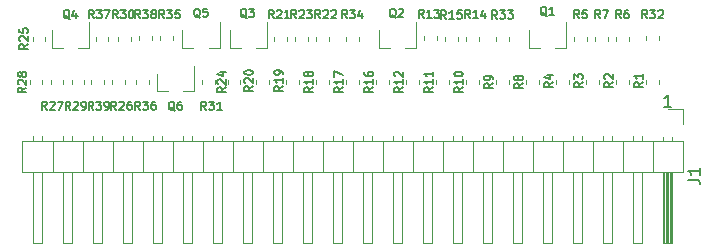
<source format=gto>
G04 #@! TF.GenerationSoftware,KiCad,Pcbnew,(5.1.6-0)*
G04 #@! TF.CreationDate,2023-03-04T09:46:59+01:00*
G04 #@! TF.ProjectId,Vidiot,56696469-6f74-42e6-9b69-6361645f7063,rev?*
G04 #@! TF.SameCoordinates,Original*
G04 #@! TF.FileFunction,Legend,Top*
G04 #@! TF.FilePolarity,Positive*
%FSLAX46Y46*%
G04 Gerber Fmt 4.6, Leading zero omitted, Abs format (unit mm)*
G04 Created by KiCad (PCBNEW (5.1.6-0)) date 2023-03-04 09:46:59*
%MOMM*%
%LPD*%
G01*
G04 APERTURE LIST*
%ADD10C,0.150000*%
%ADD11C,0.120000*%
G04 APERTURE END LIST*
D10*
X97821714Y-58999380D02*
X97250285Y-58999380D01*
X97536000Y-58999380D02*
X97536000Y-57999380D01*
X97440761Y-58142238D01*
X97345523Y-58237476D01*
X97250285Y-58285095D01*
D11*
X45337000Y-57067267D02*
X45337000Y-56724733D01*
X46357000Y-57067267D02*
X46357000Y-56724733D01*
X48135000Y-56738733D02*
X48135000Y-57081267D01*
X47115000Y-56738733D02*
X47115000Y-57081267D01*
X43559000Y-57081267D02*
X43559000Y-56738733D01*
X44579000Y-57081267D02*
X44579000Y-56738733D01*
X51564000Y-56738733D02*
X51564000Y-57081267D01*
X50544000Y-56738733D02*
X50544000Y-57081267D01*
X43813000Y-53384267D02*
X43813000Y-53041733D01*
X44833000Y-53384267D02*
X44833000Y-53041733D01*
X45410000Y-53989000D02*
X46340000Y-53989000D01*
X48570000Y-53989000D02*
X47640000Y-53989000D01*
X48570000Y-53989000D02*
X48570000Y-51829000D01*
X45410000Y-53989000D02*
X45410000Y-52529000D01*
X49786000Y-56738733D02*
X49786000Y-57081267D01*
X48766000Y-56738733D02*
X48766000Y-57081267D01*
X52830000Y-53370267D02*
X52830000Y-53027733D01*
X53850000Y-53370267D02*
X53850000Y-53027733D01*
X50167000Y-53055733D02*
X50167000Y-53398267D01*
X49147000Y-53055733D02*
X49147000Y-53398267D01*
X52576000Y-57067267D02*
X52576000Y-56724733D01*
X53596000Y-57067267D02*
X53596000Y-56724733D01*
X54608000Y-53370267D02*
X54608000Y-53027733D01*
X55628000Y-53370267D02*
X55628000Y-53027733D01*
X52072000Y-53055733D02*
X52072000Y-53398267D01*
X51052000Y-53055733D02*
X51052000Y-53398267D01*
X71376000Y-53055733D02*
X71376000Y-53398267D01*
X70356000Y-53055733D02*
X70356000Y-53398267D01*
X84076000Y-53055733D02*
X84076000Y-53398267D01*
X83056000Y-53055733D02*
X83056000Y-53398267D01*
X96776000Y-53027733D02*
X96776000Y-53370267D01*
X95756000Y-53027733D02*
X95756000Y-53370267D01*
X59184000Y-56738733D02*
X59184000Y-57081267D01*
X58164000Y-56738733D02*
X58164000Y-57081267D01*
X56459000Y-53989000D02*
X57389000Y-53989000D01*
X59619000Y-53989000D02*
X58689000Y-53989000D01*
X59619000Y-53989000D02*
X59619000Y-51829000D01*
X56459000Y-53989000D02*
X56459000Y-52529000D01*
X61343000Y-56738733D02*
X61343000Y-57081267D01*
X60323000Y-56738733D02*
X60323000Y-57081267D01*
X66038000Y-53398267D02*
X66038000Y-53055733D01*
X67058000Y-53398267D02*
X67058000Y-53055733D01*
X68836000Y-53055733D02*
X68836000Y-53398267D01*
X67816000Y-53055733D02*
X67816000Y-53398267D01*
X65280000Y-53041733D02*
X65280000Y-53384267D01*
X64260000Y-53041733D02*
X64260000Y-53384267D01*
X63756000Y-56738733D02*
X63756000Y-57081267D01*
X62736000Y-56738733D02*
X62736000Y-57081267D01*
X66296000Y-56710733D02*
X66296000Y-57053267D01*
X65276000Y-56710733D02*
X65276000Y-57053267D01*
X68836000Y-56710733D02*
X68836000Y-57053267D01*
X67816000Y-56710733D02*
X67816000Y-57053267D01*
X71376000Y-56710733D02*
X71376000Y-57053267D01*
X70356000Y-56710733D02*
X70356000Y-57053267D01*
X73916000Y-56738733D02*
X73916000Y-57081267D01*
X72896000Y-56738733D02*
X72896000Y-57081267D01*
X78738000Y-53398267D02*
X78738000Y-53055733D01*
X79758000Y-53398267D02*
X79758000Y-53055733D01*
X81536000Y-53055733D02*
X81536000Y-53398267D01*
X80516000Y-53055733D02*
X80516000Y-53398267D01*
X77980000Y-53027733D02*
X77980000Y-53370267D01*
X76960000Y-53027733D02*
X76960000Y-53370267D01*
X76456000Y-56738733D02*
X76456000Y-57081267D01*
X75436000Y-56738733D02*
X75436000Y-57081267D01*
X78996000Y-56738733D02*
X78996000Y-57081267D01*
X77976000Y-56738733D02*
X77976000Y-57081267D01*
X81536000Y-56738733D02*
X81536000Y-57081267D01*
X80516000Y-56738733D02*
X80516000Y-57081267D01*
X84076000Y-56738733D02*
X84076000Y-57081267D01*
X83056000Y-56738733D02*
X83056000Y-57081267D01*
X86616000Y-56738733D02*
X86616000Y-57081267D01*
X85596000Y-56738733D02*
X85596000Y-57081267D01*
X91438000Y-53398267D02*
X91438000Y-53055733D01*
X92458000Y-53398267D02*
X92458000Y-53055733D01*
X94236000Y-53055733D02*
X94236000Y-53398267D01*
X93216000Y-53055733D02*
X93216000Y-53398267D01*
X90680000Y-53055733D02*
X90680000Y-53398267D01*
X89660000Y-53055733D02*
X89660000Y-53398267D01*
X89156000Y-56738733D02*
X89156000Y-57081267D01*
X88136000Y-56738733D02*
X88136000Y-57081267D01*
X91696000Y-56738733D02*
X91696000Y-57081267D01*
X90676000Y-56738733D02*
X90676000Y-57081267D01*
X94236000Y-56738733D02*
X94236000Y-57081267D01*
X93216000Y-56738733D02*
X93216000Y-57081267D01*
X96776000Y-56738733D02*
X96776000Y-57081267D01*
X95756000Y-56738733D02*
X95756000Y-57081267D01*
X54300000Y-57656000D02*
X55230000Y-57656000D01*
X57460000Y-57656000D02*
X56530000Y-57656000D01*
X57460000Y-57656000D02*
X57460000Y-55496000D01*
X54300000Y-57656000D02*
X54300000Y-56196000D01*
X60462000Y-53989000D02*
X61392000Y-53989000D01*
X63622000Y-53989000D02*
X62692000Y-53989000D01*
X63622000Y-53989000D02*
X63622000Y-51829000D01*
X60462000Y-53989000D02*
X60462000Y-52529000D01*
X73096000Y-53973000D02*
X74026000Y-53973000D01*
X76256000Y-53973000D02*
X75326000Y-53973000D01*
X76256000Y-53973000D02*
X76256000Y-51813000D01*
X73096000Y-53973000D02*
X73096000Y-52513000D01*
X85796000Y-53989000D02*
X86726000Y-53989000D01*
X88956000Y-53989000D02*
X88026000Y-53989000D01*
X88956000Y-53989000D02*
X88956000Y-51829000D01*
X85796000Y-53989000D02*
X85796000Y-52529000D01*
X98866000Y-61892000D02*
X42866000Y-61892000D01*
X42866000Y-61892000D02*
X42866000Y-64552000D01*
X42866000Y-64552000D02*
X98866000Y-64552000D01*
X98866000Y-64552000D02*
X98866000Y-61892000D01*
X97916000Y-64552000D02*
X97916000Y-70552000D01*
X97916000Y-70552000D02*
X97156000Y-70552000D01*
X97156000Y-70552000D02*
X97156000Y-64552000D01*
X97856000Y-64552000D02*
X97856000Y-70552000D01*
X97736000Y-64552000D02*
X97736000Y-70552000D01*
X97616000Y-64552000D02*
X97616000Y-70552000D01*
X97496000Y-64552000D02*
X97496000Y-70552000D01*
X97376000Y-64552000D02*
X97376000Y-70552000D01*
X97256000Y-64552000D02*
X97256000Y-70552000D01*
X97916000Y-61562000D02*
X97916000Y-61892000D01*
X97156000Y-61562000D02*
X97156000Y-61892000D01*
X96266000Y-61892000D02*
X96266000Y-64552000D01*
X95376000Y-64552000D02*
X95376000Y-70552000D01*
X95376000Y-70552000D02*
X94616000Y-70552000D01*
X94616000Y-70552000D02*
X94616000Y-64552000D01*
X95376000Y-61494929D02*
X95376000Y-61892000D01*
X94616000Y-61494929D02*
X94616000Y-61892000D01*
X93726000Y-61892000D02*
X93726000Y-64552000D01*
X92836000Y-64552000D02*
X92836000Y-70552000D01*
X92836000Y-70552000D02*
X92076000Y-70552000D01*
X92076000Y-70552000D02*
X92076000Y-64552000D01*
X92836000Y-61494929D02*
X92836000Y-61892000D01*
X92076000Y-61494929D02*
X92076000Y-61892000D01*
X91186000Y-61892000D02*
X91186000Y-64552000D01*
X90296000Y-64552000D02*
X90296000Y-70552000D01*
X90296000Y-70552000D02*
X89536000Y-70552000D01*
X89536000Y-70552000D02*
X89536000Y-64552000D01*
X90296000Y-61494929D02*
X90296000Y-61892000D01*
X89536000Y-61494929D02*
X89536000Y-61892000D01*
X88646000Y-61892000D02*
X88646000Y-64552000D01*
X87756000Y-64552000D02*
X87756000Y-70552000D01*
X87756000Y-70552000D02*
X86996000Y-70552000D01*
X86996000Y-70552000D02*
X86996000Y-64552000D01*
X87756000Y-61494929D02*
X87756000Y-61892000D01*
X86996000Y-61494929D02*
X86996000Y-61892000D01*
X86106000Y-61892000D02*
X86106000Y-64552000D01*
X85216000Y-64552000D02*
X85216000Y-70552000D01*
X85216000Y-70552000D02*
X84456000Y-70552000D01*
X84456000Y-70552000D02*
X84456000Y-64552000D01*
X85216000Y-61494929D02*
X85216000Y-61892000D01*
X84456000Y-61494929D02*
X84456000Y-61892000D01*
X83566000Y-61892000D02*
X83566000Y-64552000D01*
X82676000Y-64552000D02*
X82676000Y-70552000D01*
X82676000Y-70552000D02*
X81916000Y-70552000D01*
X81916000Y-70552000D02*
X81916000Y-64552000D01*
X82676000Y-61494929D02*
X82676000Y-61892000D01*
X81916000Y-61494929D02*
X81916000Y-61892000D01*
X81026000Y-61892000D02*
X81026000Y-64552000D01*
X80136000Y-64552000D02*
X80136000Y-70552000D01*
X80136000Y-70552000D02*
X79376000Y-70552000D01*
X79376000Y-70552000D02*
X79376000Y-64552000D01*
X80136000Y-61494929D02*
X80136000Y-61892000D01*
X79376000Y-61494929D02*
X79376000Y-61892000D01*
X78486000Y-61892000D02*
X78486000Y-64552000D01*
X77596000Y-64552000D02*
X77596000Y-70552000D01*
X77596000Y-70552000D02*
X76836000Y-70552000D01*
X76836000Y-70552000D02*
X76836000Y-64552000D01*
X77596000Y-61494929D02*
X77596000Y-61892000D01*
X76836000Y-61494929D02*
X76836000Y-61892000D01*
X75946000Y-61892000D02*
X75946000Y-64552000D01*
X75056000Y-64552000D02*
X75056000Y-70552000D01*
X75056000Y-70552000D02*
X74296000Y-70552000D01*
X74296000Y-70552000D02*
X74296000Y-64552000D01*
X75056000Y-61494929D02*
X75056000Y-61892000D01*
X74296000Y-61494929D02*
X74296000Y-61892000D01*
X73406000Y-61892000D02*
X73406000Y-64552000D01*
X72516000Y-64552000D02*
X72516000Y-70552000D01*
X72516000Y-70552000D02*
X71756000Y-70552000D01*
X71756000Y-70552000D02*
X71756000Y-64552000D01*
X72516000Y-61494929D02*
X72516000Y-61892000D01*
X71756000Y-61494929D02*
X71756000Y-61892000D01*
X70866000Y-61892000D02*
X70866000Y-64552000D01*
X69976000Y-64552000D02*
X69976000Y-70552000D01*
X69976000Y-70552000D02*
X69216000Y-70552000D01*
X69216000Y-70552000D02*
X69216000Y-64552000D01*
X69976000Y-61494929D02*
X69976000Y-61892000D01*
X69216000Y-61494929D02*
X69216000Y-61892000D01*
X68326000Y-61892000D02*
X68326000Y-64552000D01*
X67436000Y-64552000D02*
X67436000Y-70552000D01*
X67436000Y-70552000D02*
X66676000Y-70552000D01*
X66676000Y-70552000D02*
X66676000Y-64552000D01*
X67436000Y-61494929D02*
X67436000Y-61892000D01*
X66676000Y-61494929D02*
X66676000Y-61892000D01*
X65786000Y-61892000D02*
X65786000Y-64552000D01*
X64896000Y-64552000D02*
X64896000Y-70552000D01*
X64896000Y-70552000D02*
X64136000Y-70552000D01*
X64136000Y-70552000D02*
X64136000Y-64552000D01*
X64896000Y-61494929D02*
X64896000Y-61892000D01*
X64136000Y-61494929D02*
X64136000Y-61892000D01*
X63246000Y-61892000D02*
X63246000Y-64552000D01*
X62356000Y-64552000D02*
X62356000Y-70552000D01*
X62356000Y-70552000D02*
X61596000Y-70552000D01*
X61596000Y-70552000D02*
X61596000Y-64552000D01*
X62356000Y-61494929D02*
X62356000Y-61892000D01*
X61596000Y-61494929D02*
X61596000Y-61892000D01*
X60706000Y-61892000D02*
X60706000Y-64552000D01*
X59816000Y-64552000D02*
X59816000Y-70552000D01*
X59816000Y-70552000D02*
X59056000Y-70552000D01*
X59056000Y-70552000D02*
X59056000Y-64552000D01*
X59816000Y-61494929D02*
X59816000Y-61892000D01*
X59056000Y-61494929D02*
X59056000Y-61892000D01*
X58166000Y-61892000D02*
X58166000Y-64552000D01*
X57276000Y-64552000D02*
X57276000Y-70552000D01*
X57276000Y-70552000D02*
X56516000Y-70552000D01*
X56516000Y-70552000D02*
X56516000Y-64552000D01*
X57276000Y-61494929D02*
X57276000Y-61892000D01*
X56516000Y-61494929D02*
X56516000Y-61892000D01*
X55626000Y-61892000D02*
X55626000Y-64552000D01*
X54736000Y-64552000D02*
X54736000Y-70552000D01*
X54736000Y-70552000D02*
X53976000Y-70552000D01*
X53976000Y-70552000D02*
X53976000Y-64552000D01*
X54736000Y-61494929D02*
X54736000Y-61892000D01*
X53976000Y-61494929D02*
X53976000Y-61892000D01*
X53086000Y-61892000D02*
X53086000Y-64552000D01*
X52196000Y-64552000D02*
X52196000Y-70552000D01*
X52196000Y-70552000D02*
X51436000Y-70552000D01*
X51436000Y-70552000D02*
X51436000Y-64552000D01*
X52196000Y-61494929D02*
X52196000Y-61892000D01*
X51436000Y-61494929D02*
X51436000Y-61892000D01*
X50546000Y-61892000D02*
X50546000Y-64552000D01*
X49656000Y-64552000D02*
X49656000Y-70552000D01*
X49656000Y-70552000D02*
X48896000Y-70552000D01*
X48896000Y-70552000D02*
X48896000Y-64552000D01*
X49656000Y-61494929D02*
X49656000Y-61892000D01*
X48896000Y-61494929D02*
X48896000Y-61892000D01*
X48006000Y-61892000D02*
X48006000Y-64552000D01*
X47116000Y-64552000D02*
X47116000Y-70552000D01*
X47116000Y-70552000D02*
X46356000Y-70552000D01*
X46356000Y-70552000D02*
X46356000Y-64552000D01*
X47116000Y-61494929D02*
X47116000Y-61892000D01*
X46356000Y-61494929D02*
X46356000Y-61892000D01*
X45466000Y-61892000D02*
X45466000Y-64552000D01*
X44576000Y-64552000D02*
X44576000Y-70552000D01*
X44576000Y-70552000D02*
X43816000Y-70552000D01*
X43816000Y-70552000D02*
X43816000Y-64552000D01*
X44576000Y-61494929D02*
X44576000Y-61892000D01*
X43816000Y-61494929D02*
X43816000Y-61892000D01*
X97536000Y-59182000D02*
X98806000Y-59182000D01*
X98806000Y-59182000D02*
X98806000Y-60452000D01*
D10*
X44990600Y-59244666D02*
X44757266Y-58911333D01*
X44590600Y-59244666D02*
X44590600Y-58544666D01*
X44857266Y-58544666D01*
X44923933Y-58578000D01*
X44957266Y-58611333D01*
X44990600Y-58678000D01*
X44990600Y-58778000D01*
X44957266Y-58844666D01*
X44923933Y-58878000D01*
X44857266Y-58911333D01*
X44590600Y-58911333D01*
X45257266Y-58611333D02*
X45290600Y-58578000D01*
X45357266Y-58544666D01*
X45523933Y-58544666D01*
X45590600Y-58578000D01*
X45623933Y-58611333D01*
X45657266Y-58678000D01*
X45657266Y-58744666D01*
X45623933Y-58844666D01*
X45223933Y-59244666D01*
X45657266Y-59244666D01*
X45890600Y-58544666D02*
X46357266Y-58544666D01*
X46057266Y-59244666D01*
X46984500Y-59244666D02*
X46751166Y-58911333D01*
X46584500Y-59244666D02*
X46584500Y-58544666D01*
X46851166Y-58544666D01*
X46917833Y-58578000D01*
X46951166Y-58611333D01*
X46984500Y-58678000D01*
X46984500Y-58778000D01*
X46951166Y-58844666D01*
X46917833Y-58878000D01*
X46851166Y-58911333D01*
X46584500Y-58911333D01*
X47251166Y-58611333D02*
X47284500Y-58578000D01*
X47351166Y-58544666D01*
X47517833Y-58544666D01*
X47584500Y-58578000D01*
X47617833Y-58611333D01*
X47651166Y-58678000D01*
X47651166Y-58744666D01*
X47617833Y-58844666D01*
X47217833Y-59244666D01*
X47651166Y-59244666D01*
X47984500Y-59244666D02*
X48117833Y-59244666D01*
X48184500Y-59211333D01*
X48217833Y-59178000D01*
X48284500Y-59078000D01*
X48317833Y-58944666D01*
X48317833Y-58678000D01*
X48284500Y-58611333D01*
X48251166Y-58578000D01*
X48184500Y-58544666D01*
X48051166Y-58544666D01*
X47984500Y-58578000D01*
X47951166Y-58611333D01*
X47917833Y-58678000D01*
X47917833Y-58844666D01*
X47951166Y-58911333D01*
X47984500Y-58944666D01*
X48051166Y-58978000D01*
X48184500Y-58978000D01*
X48251166Y-58944666D01*
X48284500Y-58911333D01*
X48317833Y-58844666D01*
X43242666Y-57360000D02*
X42909333Y-57593333D01*
X43242666Y-57760000D02*
X42542666Y-57760000D01*
X42542666Y-57493333D01*
X42576000Y-57426666D01*
X42609333Y-57393333D01*
X42676000Y-57360000D01*
X42776000Y-57360000D01*
X42842666Y-57393333D01*
X42876000Y-57426666D01*
X42909333Y-57493333D01*
X42909333Y-57760000D01*
X42609333Y-57093333D02*
X42576000Y-57060000D01*
X42542666Y-56993333D01*
X42542666Y-56826666D01*
X42576000Y-56760000D01*
X42609333Y-56726666D01*
X42676000Y-56693333D01*
X42742666Y-56693333D01*
X42842666Y-56726666D01*
X43242666Y-57126666D01*
X43242666Y-56693333D01*
X42842666Y-56293333D02*
X42809333Y-56360000D01*
X42776000Y-56393333D01*
X42709333Y-56426666D01*
X42676000Y-56426666D01*
X42609333Y-56393333D01*
X42576000Y-56360000D01*
X42542666Y-56293333D01*
X42542666Y-56160000D01*
X42576000Y-56093333D01*
X42609333Y-56060000D01*
X42676000Y-56026666D01*
X42709333Y-56026666D01*
X42776000Y-56060000D01*
X42809333Y-56093333D01*
X42842666Y-56160000D01*
X42842666Y-56293333D01*
X42876000Y-56360000D01*
X42909333Y-56393333D01*
X42976000Y-56426666D01*
X43109333Y-56426666D01*
X43176000Y-56393333D01*
X43209333Y-56360000D01*
X43242666Y-56293333D01*
X43242666Y-56160000D01*
X43209333Y-56093333D01*
X43176000Y-56060000D01*
X43109333Y-56026666D01*
X42976000Y-56026666D01*
X42909333Y-56060000D01*
X42876000Y-56093333D01*
X42842666Y-56160000D01*
X50858000Y-59244666D02*
X50624666Y-58911333D01*
X50458000Y-59244666D02*
X50458000Y-58544666D01*
X50724666Y-58544666D01*
X50791333Y-58578000D01*
X50824666Y-58611333D01*
X50858000Y-58678000D01*
X50858000Y-58778000D01*
X50824666Y-58844666D01*
X50791333Y-58878000D01*
X50724666Y-58911333D01*
X50458000Y-58911333D01*
X51124666Y-58611333D02*
X51158000Y-58578000D01*
X51224666Y-58544666D01*
X51391333Y-58544666D01*
X51458000Y-58578000D01*
X51491333Y-58611333D01*
X51524666Y-58678000D01*
X51524666Y-58744666D01*
X51491333Y-58844666D01*
X51091333Y-59244666D01*
X51524666Y-59244666D01*
X52124666Y-58544666D02*
X51991333Y-58544666D01*
X51924666Y-58578000D01*
X51891333Y-58611333D01*
X51824666Y-58711333D01*
X51791333Y-58844666D01*
X51791333Y-59111333D01*
X51824666Y-59178000D01*
X51858000Y-59211333D01*
X51924666Y-59244666D01*
X52058000Y-59244666D01*
X52124666Y-59211333D01*
X52158000Y-59178000D01*
X52191333Y-59111333D01*
X52191333Y-58944666D01*
X52158000Y-58878000D01*
X52124666Y-58844666D01*
X52058000Y-58811333D01*
X51924666Y-58811333D01*
X51858000Y-58844666D01*
X51824666Y-58878000D01*
X51791333Y-58944666D01*
X43369666Y-53663000D02*
X43036333Y-53896333D01*
X43369666Y-54063000D02*
X42669666Y-54063000D01*
X42669666Y-53796333D01*
X42703000Y-53729666D01*
X42736333Y-53696333D01*
X42803000Y-53663000D01*
X42903000Y-53663000D01*
X42969666Y-53696333D01*
X43003000Y-53729666D01*
X43036333Y-53796333D01*
X43036333Y-54063000D01*
X42736333Y-53396333D02*
X42703000Y-53363000D01*
X42669666Y-53296333D01*
X42669666Y-53129666D01*
X42703000Y-53063000D01*
X42736333Y-53029666D01*
X42803000Y-52996333D01*
X42869666Y-52996333D01*
X42969666Y-53029666D01*
X43369666Y-53429666D01*
X43369666Y-52996333D01*
X42669666Y-52363000D02*
X42669666Y-52696333D01*
X43003000Y-52729666D01*
X42969666Y-52696333D01*
X42936333Y-52629666D01*
X42936333Y-52463000D01*
X42969666Y-52396333D01*
X43003000Y-52363000D01*
X43069666Y-52329666D01*
X43236333Y-52329666D01*
X43303000Y-52363000D01*
X43336333Y-52396333D01*
X43369666Y-52463000D01*
X43369666Y-52629666D01*
X43336333Y-52696333D01*
X43303000Y-52729666D01*
X46923333Y-51564333D02*
X46856666Y-51531000D01*
X46790000Y-51464333D01*
X46690000Y-51364333D01*
X46623333Y-51331000D01*
X46556666Y-51331000D01*
X46590000Y-51497666D02*
X46523333Y-51464333D01*
X46456666Y-51397666D01*
X46423333Y-51264333D01*
X46423333Y-51031000D01*
X46456666Y-50897666D01*
X46523333Y-50831000D01*
X46590000Y-50797666D01*
X46723333Y-50797666D01*
X46790000Y-50831000D01*
X46856666Y-50897666D01*
X46890000Y-51031000D01*
X46890000Y-51264333D01*
X46856666Y-51397666D01*
X46790000Y-51464333D01*
X46723333Y-51497666D01*
X46590000Y-51497666D01*
X47490000Y-51031000D02*
X47490000Y-51497666D01*
X47323333Y-50764333D02*
X47156666Y-51264333D01*
X47590000Y-51264333D01*
X48927600Y-59244666D02*
X48694266Y-58911333D01*
X48527600Y-59244666D02*
X48527600Y-58544666D01*
X48794266Y-58544666D01*
X48860933Y-58578000D01*
X48894266Y-58611333D01*
X48927600Y-58678000D01*
X48927600Y-58778000D01*
X48894266Y-58844666D01*
X48860933Y-58878000D01*
X48794266Y-58911333D01*
X48527600Y-58911333D01*
X49160933Y-58544666D02*
X49594266Y-58544666D01*
X49360933Y-58811333D01*
X49460933Y-58811333D01*
X49527600Y-58844666D01*
X49560933Y-58878000D01*
X49594266Y-58944666D01*
X49594266Y-59111333D01*
X49560933Y-59178000D01*
X49527600Y-59211333D01*
X49460933Y-59244666D01*
X49260933Y-59244666D01*
X49194266Y-59211333D01*
X49160933Y-59178000D01*
X49927600Y-59244666D02*
X50060933Y-59244666D01*
X50127600Y-59211333D01*
X50160933Y-59178000D01*
X50227600Y-59078000D01*
X50260933Y-58944666D01*
X50260933Y-58678000D01*
X50227600Y-58611333D01*
X50194266Y-58578000D01*
X50127600Y-58544666D01*
X49994266Y-58544666D01*
X49927600Y-58578000D01*
X49894266Y-58611333D01*
X49860933Y-58678000D01*
X49860933Y-58844666D01*
X49894266Y-58911333D01*
X49927600Y-58944666D01*
X49994266Y-58978000D01*
X50127600Y-58978000D01*
X50194266Y-58944666D01*
X50227600Y-58911333D01*
X50260933Y-58844666D01*
X52890000Y-51497666D02*
X52656666Y-51164333D01*
X52490000Y-51497666D02*
X52490000Y-50797666D01*
X52756666Y-50797666D01*
X52823333Y-50831000D01*
X52856666Y-50864333D01*
X52890000Y-50931000D01*
X52890000Y-51031000D01*
X52856666Y-51097666D01*
X52823333Y-51131000D01*
X52756666Y-51164333D01*
X52490000Y-51164333D01*
X53123333Y-50797666D02*
X53556666Y-50797666D01*
X53323333Y-51064333D01*
X53423333Y-51064333D01*
X53490000Y-51097666D01*
X53523333Y-51131000D01*
X53556666Y-51197666D01*
X53556666Y-51364333D01*
X53523333Y-51431000D01*
X53490000Y-51464333D01*
X53423333Y-51497666D01*
X53223333Y-51497666D01*
X53156666Y-51464333D01*
X53123333Y-51431000D01*
X53956666Y-51097666D02*
X53890000Y-51064333D01*
X53856666Y-51031000D01*
X53823333Y-50964333D01*
X53823333Y-50931000D01*
X53856666Y-50864333D01*
X53890000Y-50831000D01*
X53956666Y-50797666D01*
X54090000Y-50797666D01*
X54156666Y-50831000D01*
X54190000Y-50864333D01*
X54223333Y-50931000D01*
X54223333Y-50964333D01*
X54190000Y-51031000D01*
X54156666Y-51064333D01*
X54090000Y-51097666D01*
X53956666Y-51097666D01*
X53890000Y-51131000D01*
X53856666Y-51164333D01*
X53823333Y-51231000D01*
X53823333Y-51364333D01*
X53856666Y-51431000D01*
X53890000Y-51464333D01*
X53956666Y-51497666D01*
X54090000Y-51497666D01*
X54156666Y-51464333D01*
X54190000Y-51431000D01*
X54223333Y-51364333D01*
X54223333Y-51231000D01*
X54190000Y-51164333D01*
X54156666Y-51131000D01*
X54090000Y-51097666D01*
X48953000Y-51497666D02*
X48719666Y-51164333D01*
X48553000Y-51497666D02*
X48553000Y-50797666D01*
X48819666Y-50797666D01*
X48886333Y-50831000D01*
X48919666Y-50864333D01*
X48953000Y-50931000D01*
X48953000Y-51031000D01*
X48919666Y-51097666D01*
X48886333Y-51131000D01*
X48819666Y-51164333D01*
X48553000Y-51164333D01*
X49186333Y-50797666D02*
X49619666Y-50797666D01*
X49386333Y-51064333D01*
X49486333Y-51064333D01*
X49553000Y-51097666D01*
X49586333Y-51131000D01*
X49619666Y-51197666D01*
X49619666Y-51364333D01*
X49586333Y-51431000D01*
X49553000Y-51464333D01*
X49486333Y-51497666D01*
X49286333Y-51497666D01*
X49219666Y-51464333D01*
X49186333Y-51431000D01*
X49853000Y-50797666D02*
X50319666Y-50797666D01*
X50019666Y-51497666D01*
X52890000Y-59244666D02*
X52656666Y-58911333D01*
X52490000Y-59244666D02*
X52490000Y-58544666D01*
X52756666Y-58544666D01*
X52823333Y-58578000D01*
X52856666Y-58611333D01*
X52890000Y-58678000D01*
X52890000Y-58778000D01*
X52856666Y-58844666D01*
X52823333Y-58878000D01*
X52756666Y-58911333D01*
X52490000Y-58911333D01*
X53123333Y-58544666D02*
X53556666Y-58544666D01*
X53323333Y-58811333D01*
X53423333Y-58811333D01*
X53490000Y-58844666D01*
X53523333Y-58878000D01*
X53556666Y-58944666D01*
X53556666Y-59111333D01*
X53523333Y-59178000D01*
X53490000Y-59211333D01*
X53423333Y-59244666D01*
X53223333Y-59244666D01*
X53156666Y-59211333D01*
X53123333Y-59178000D01*
X54156666Y-58544666D02*
X54023333Y-58544666D01*
X53956666Y-58578000D01*
X53923333Y-58611333D01*
X53856666Y-58711333D01*
X53823333Y-58844666D01*
X53823333Y-59111333D01*
X53856666Y-59178000D01*
X53890000Y-59211333D01*
X53956666Y-59244666D01*
X54090000Y-59244666D01*
X54156666Y-59211333D01*
X54190000Y-59178000D01*
X54223333Y-59111333D01*
X54223333Y-58944666D01*
X54190000Y-58878000D01*
X54156666Y-58844666D01*
X54090000Y-58811333D01*
X53956666Y-58811333D01*
X53890000Y-58844666D01*
X53856666Y-58878000D01*
X53823333Y-58944666D01*
X54922000Y-51497666D02*
X54688666Y-51164333D01*
X54522000Y-51497666D02*
X54522000Y-50797666D01*
X54788666Y-50797666D01*
X54855333Y-50831000D01*
X54888666Y-50864333D01*
X54922000Y-50931000D01*
X54922000Y-51031000D01*
X54888666Y-51097666D01*
X54855333Y-51131000D01*
X54788666Y-51164333D01*
X54522000Y-51164333D01*
X55155333Y-50797666D02*
X55588666Y-50797666D01*
X55355333Y-51064333D01*
X55455333Y-51064333D01*
X55522000Y-51097666D01*
X55555333Y-51131000D01*
X55588666Y-51197666D01*
X55588666Y-51364333D01*
X55555333Y-51431000D01*
X55522000Y-51464333D01*
X55455333Y-51497666D01*
X55255333Y-51497666D01*
X55188666Y-51464333D01*
X55155333Y-51431000D01*
X56222000Y-50797666D02*
X55888666Y-50797666D01*
X55855333Y-51131000D01*
X55888666Y-51097666D01*
X55955333Y-51064333D01*
X56122000Y-51064333D01*
X56188666Y-51097666D01*
X56222000Y-51131000D01*
X56255333Y-51197666D01*
X56255333Y-51364333D01*
X56222000Y-51431000D01*
X56188666Y-51464333D01*
X56122000Y-51497666D01*
X55955333Y-51497666D01*
X55888666Y-51464333D01*
X55855333Y-51431000D01*
X50985000Y-51497666D02*
X50751666Y-51164333D01*
X50585000Y-51497666D02*
X50585000Y-50797666D01*
X50851666Y-50797666D01*
X50918333Y-50831000D01*
X50951666Y-50864333D01*
X50985000Y-50931000D01*
X50985000Y-51031000D01*
X50951666Y-51097666D01*
X50918333Y-51131000D01*
X50851666Y-51164333D01*
X50585000Y-51164333D01*
X51218333Y-50797666D02*
X51651666Y-50797666D01*
X51418333Y-51064333D01*
X51518333Y-51064333D01*
X51585000Y-51097666D01*
X51618333Y-51131000D01*
X51651666Y-51197666D01*
X51651666Y-51364333D01*
X51618333Y-51431000D01*
X51585000Y-51464333D01*
X51518333Y-51497666D01*
X51318333Y-51497666D01*
X51251666Y-51464333D01*
X51218333Y-51431000D01*
X52085000Y-50797666D02*
X52151666Y-50797666D01*
X52218333Y-50831000D01*
X52251666Y-50864333D01*
X52285000Y-50931000D01*
X52318333Y-51064333D01*
X52318333Y-51231000D01*
X52285000Y-51364333D01*
X52251666Y-51431000D01*
X52218333Y-51464333D01*
X52151666Y-51497666D01*
X52085000Y-51497666D01*
X52018333Y-51464333D01*
X51985000Y-51431000D01*
X51951666Y-51364333D01*
X51918333Y-51231000D01*
X51918333Y-51064333D01*
X51951666Y-50931000D01*
X51985000Y-50864333D01*
X52018333Y-50831000D01*
X52085000Y-50797666D01*
X70416000Y-51497666D02*
X70182666Y-51164333D01*
X70016000Y-51497666D02*
X70016000Y-50797666D01*
X70282666Y-50797666D01*
X70349333Y-50831000D01*
X70382666Y-50864333D01*
X70416000Y-50931000D01*
X70416000Y-51031000D01*
X70382666Y-51097666D01*
X70349333Y-51131000D01*
X70282666Y-51164333D01*
X70016000Y-51164333D01*
X70649333Y-50797666D02*
X71082666Y-50797666D01*
X70849333Y-51064333D01*
X70949333Y-51064333D01*
X71016000Y-51097666D01*
X71049333Y-51131000D01*
X71082666Y-51197666D01*
X71082666Y-51364333D01*
X71049333Y-51431000D01*
X71016000Y-51464333D01*
X70949333Y-51497666D01*
X70749333Y-51497666D01*
X70682666Y-51464333D01*
X70649333Y-51431000D01*
X71682666Y-51031000D02*
X71682666Y-51497666D01*
X71516000Y-50764333D02*
X71349333Y-51264333D01*
X71782666Y-51264333D01*
X83116000Y-51525666D02*
X82882666Y-51192333D01*
X82716000Y-51525666D02*
X82716000Y-50825666D01*
X82982666Y-50825666D01*
X83049333Y-50859000D01*
X83082666Y-50892333D01*
X83116000Y-50959000D01*
X83116000Y-51059000D01*
X83082666Y-51125666D01*
X83049333Y-51159000D01*
X82982666Y-51192333D01*
X82716000Y-51192333D01*
X83349333Y-50825666D02*
X83782666Y-50825666D01*
X83549333Y-51092333D01*
X83649333Y-51092333D01*
X83716000Y-51125666D01*
X83749333Y-51159000D01*
X83782666Y-51225666D01*
X83782666Y-51392333D01*
X83749333Y-51459000D01*
X83716000Y-51492333D01*
X83649333Y-51525666D01*
X83449333Y-51525666D01*
X83382666Y-51492333D01*
X83349333Y-51459000D01*
X84016000Y-50825666D02*
X84449333Y-50825666D01*
X84216000Y-51092333D01*
X84316000Y-51092333D01*
X84382666Y-51125666D01*
X84416000Y-51159000D01*
X84449333Y-51225666D01*
X84449333Y-51392333D01*
X84416000Y-51459000D01*
X84382666Y-51492333D01*
X84316000Y-51525666D01*
X84116000Y-51525666D01*
X84049333Y-51492333D01*
X84016000Y-51459000D01*
X95816000Y-51497666D02*
X95582666Y-51164333D01*
X95416000Y-51497666D02*
X95416000Y-50797666D01*
X95682666Y-50797666D01*
X95749333Y-50831000D01*
X95782666Y-50864333D01*
X95816000Y-50931000D01*
X95816000Y-51031000D01*
X95782666Y-51097666D01*
X95749333Y-51131000D01*
X95682666Y-51164333D01*
X95416000Y-51164333D01*
X96049333Y-50797666D02*
X96482666Y-50797666D01*
X96249333Y-51064333D01*
X96349333Y-51064333D01*
X96416000Y-51097666D01*
X96449333Y-51131000D01*
X96482666Y-51197666D01*
X96482666Y-51364333D01*
X96449333Y-51431000D01*
X96416000Y-51464333D01*
X96349333Y-51497666D01*
X96149333Y-51497666D01*
X96082666Y-51464333D01*
X96049333Y-51431000D01*
X96749333Y-50864333D02*
X96782666Y-50831000D01*
X96849333Y-50797666D01*
X97016000Y-50797666D01*
X97082666Y-50831000D01*
X97116000Y-50864333D01*
X97149333Y-50931000D01*
X97149333Y-50997666D01*
X97116000Y-51097666D01*
X96716000Y-51497666D01*
X97149333Y-51497666D01*
X58478000Y-59244666D02*
X58244666Y-58911333D01*
X58078000Y-59244666D02*
X58078000Y-58544666D01*
X58344666Y-58544666D01*
X58411333Y-58578000D01*
X58444666Y-58611333D01*
X58478000Y-58678000D01*
X58478000Y-58778000D01*
X58444666Y-58844666D01*
X58411333Y-58878000D01*
X58344666Y-58911333D01*
X58078000Y-58911333D01*
X58711333Y-58544666D02*
X59144666Y-58544666D01*
X58911333Y-58811333D01*
X59011333Y-58811333D01*
X59078000Y-58844666D01*
X59111333Y-58878000D01*
X59144666Y-58944666D01*
X59144666Y-59111333D01*
X59111333Y-59178000D01*
X59078000Y-59211333D01*
X59011333Y-59244666D01*
X58811333Y-59244666D01*
X58744666Y-59211333D01*
X58711333Y-59178000D01*
X59811333Y-59244666D02*
X59411333Y-59244666D01*
X59611333Y-59244666D02*
X59611333Y-58544666D01*
X59544666Y-58644666D01*
X59478000Y-58711333D01*
X59411333Y-58744666D01*
X57972333Y-51437333D02*
X57905666Y-51404000D01*
X57839000Y-51337333D01*
X57739000Y-51237333D01*
X57672333Y-51204000D01*
X57605666Y-51204000D01*
X57639000Y-51370666D02*
X57572333Y-51337333D01*
X57505666Y-51270666D01*
X57472333Y-51137333D01*
X57472333Y-50904000D01*
X57505666Y-50770666D01*
X57572333Y-50704000D01*
X57639000Y-50670666D01*
X57772333Y-50670666D01*
X57839000Y-50704000D01*
X57905666Y-50770666D01*
X57939000Y-50904000D01*
X57939000Y-51137333D01*
X57905666Y-51270666D01*
X57839000Y-51337333D01*
X57772333Y-51370666D01*
X57639000Y-51370666D01*
X58572333Y-50670666D02*
X58239000Y-50670666D01*
X58205666Y-51004000D01*
X58239000Y-50970666D01*
X58305666Y-50937333D01*
X58472333Y-50937333D01*
X58539000Y-50970666D01*
X58572333Y-51004000D01*
X58605666Y-51070666D01*
X58605666Y-51237333D01*
X58572333Y-51304000D01*
X58539000Y-51337333D01*
X58472333Y-51370666D01*
X58305666Y-51370666D01*
X58239000Y-51337333D01*
X58205666Y-51304000D01*
X60133666Y-57346000D02*
X59800333Y-57579333D01*
X60133666Y-57746000D02*
X59433666Y-57746000D01*
X59433666Y-57479333D01*
X59467000Y-57412666D01*
X59500333Y-57379333D01*
X59567000Y-57346000D01*
X59667000Y-57346000D01*
X59733666Y-57379333D01*
X59767000Y-57412666D01*
X59800333Y-57479333D01*
X59800333Y-57746000D01*
X59500333Y-57079333D02*
X59467000Y-57046000D01*
X59433666Y-56979333D01*
X59433666Y-56812666D01*
X59467000Y-56746000D01*
X59500333Y-56712666D01*
X59567000Y-56679333D01*
X59633666Y-56679333D01*
X59733666Y-56712666D01*
X60133666Y-57112666D01*
X60133666Y-56679333D01*
X59667000Y-56079333D02*
X60133666Y-56079333D01*
X59400333Y-56246000D02*
X59900333Y-56412666D01*
X59900333Y-55979333D01*
X66098000Y-51497666D02*
X65864666Y-51164333D01*
X65698000Y-51497666D02*
X65698000Y-50797666D01*
X65964666Y-50797666D01*
X66031333Y-50831000D01*
X66064666Y-50864333D01*
X66098000Y-50931000D01*
X66098000Y-51031000D01*
X66064666Y-51097666D01*
X66031333Y-51131000D01*
X65964666Y-51164333D01*
X65698000Y-51164333D01*
X66364666Y-50864333D02*
X66398000Y-50831000D01*
X66464666Y-50797666D01*
X66631333Y-50797666D01*
X66698000Y-50831000D01*
X66731333Y-50864333D01*
X66764666Y-50931000D01*
X66764666Y-50997666D01*
X66731333Y-51097666D01*
X66331333Y-51497666D01*
X66764666Y-51497666D01*
X66998000Y-50797666D02*
X67431333Y-50797666D01*
X67198000Y-51064333D01*
X67298000Y-51064333D01*
X67364666Y-51097666D01*
X67398000Y-51131000D01*
X67431333Y-51197666D01*
X67431333Y-51364333D01*
X67398000Y-51431000D01*
X67364666Y-51464333D01*
X67298000Y-51497666D01*
X67098000Y-51497666D01*
X67031333Y-51464333D01*
X66998000Y-51431000D01*
X68130000Y-51497666D02*
X67896666Y-51164333D01*
X67730000Y-51497666D02*
X67730000Y-50797666D01*
X67996666Y-50797666D01*
X68063333Y-50831000D01*
X68096666Y-50864333D01*
X68130000Y-50931000D01*
X68130000Y-51031000D01*
X68096666Y-51097666D01*
X68063333Y-51131000D01*
X67996666Y-51164333D01*
X67730000Y-51164333D01*
X68396666Y-50864333D02*
X68430000Y-50831000D01*
X68496666Y-50797666D01*
X68663333Y-50797666D01*
X68730000Y-50831000D01*
X68763333Y-50864333D01*
X68796666Y-50931000D01*
X68796666Y-50997666D01*
X68763333Y-51097666D01*
X68363333Y-51497666D01*
X68796666Y-51497666D01*
X69063333Y-50864333D02*
X69096666Y-50831000D01*
X69163333Y-50797666D01*
X69330000Y-50797666D01*
X69396666Y-50831000D01*
X69430000Y-50864333D01*
X69463333Y-50931000D01*
X69463333Y-50997666D01*
X69430000Y-51097666D01*
X69030000Y-51497666D01*
X69463333Y-51497666D01*
X64193000Y-51497666D02*
X63959666Y-51164333D01*
X63793000Y-51497666D02*
X63793000Y-50797666D01*
X64059666Y-50797666D01*
X64126333Y-50831000D01*
X64159666Y-50864333D01*
X64193000Y-50931000D01*
X64193000Y-51031000D01*
X64159666Y-51097666D01*
X64126333Y-51131000D01*
X64059666Y-51164333D01*
X63793000Y-51164333D01*
X64459666Y-50864333D02*
X64493000Y-50831000D01*
X64559666Y-50797666D01*
X64726333Y-50797666D01*
X64793000Y-50831000D01*
X64826333Y-50864333D01*
X64859666Y-50931000D01*
X64859666Y-50997666D01*
X64826333Y-51097666D01*
X64426333Y-51497666D01*
X64859666Y-51497666D01*
X65526333Y-51497666D02*
X65126333Y-51497666D01*
X65326333Y-51497666D02*
X65326333Y-50797666D01*
X65259666Y-50897666D01*
X65193000Y-50964333D01*
X65126333Y-50997666D01*
X62419666Y-57219000D02*
X62086333Y-57452333D01*
X62419666Y-57619000D02*
X61719666Y-57619000D01*
X61719666Y-57352333D01*
X61753000Y-57285666D01*
X61786333Y-57252333D01*
X61853000Y-57219000D01*
X61953000Y-57219000D01*
X62019666Y-57252333D01*
X62053000Y-57285666D01*
X62086333Y-57352333D01*
X62086333Y-57619000D01*
X61786333Y-56952333D02*
X61753000Y-56919000D01*
X61719666Y-56852333D01*
X61719666Y-56685666D01*
X61753000Y-56619000D01*
X61786333Y-56585666D01*
X61853000Y-56552333D01*
X61919666Y-56552333D01*
X62019666Y-56585666D01*
X62419666Y-56985666D01*
X62419666Y-56552333D01*
X61719666Y-56119000D02*
X61719666Y-56052333D01*
X61753000Y-55985666D01*
X61786333Y-55952333D01*
X61853000Y-55919000D01*
X61986333Y-55885666D01*
X62153000Y-55885666D01*
X62286333Y-55919000D01*
X62353000Y-55952333D01*
X62386333Y-55985666D01*
X62419666Y-56052333D01*
X62419666Y-56119000D01*
X62386333Y-56185666D01*
X62353000Y-56219000D01*
X62286333Y-56252333D01*
X62153000Y-56285666D01*
X61986333Y-56285666D01*
X61853000Y-56252333D01*
X61786333Y-56219000D01*
X61753000Y-56185666D01*
X61719666Y-56119000D01*
X64959666Y-57219000D02*
X64626333Y-57452333D01*
X64959666Y-57619000D02*
X64259666Y-57619000D01*
X64259666Y-57352333D01*
X64293000Y-57285666D01*
X64326333Y-57252333D01*
X64393000Y-57219000D01*
X64493000Y-57219000D01*
X64559666Y-57252333D01*
X64593000Y-57285666D01*
X64626333Y-57352333D01*
X64626333Y-57619000D01*
X64959666Y-56552333D02*
X64959666Y-56952333D01*
X64959666Y-56752333D02*
X64259666Y-56752333D01*
X64359666Y-56819000D01*
X64426333Y-56885666D01*
X64459666Y-56952333D01*
X64959666Y-56219000D02*
X64959666Y-56085666D01*
X64926333Y-56019000D01*
X64893000Y-55985666D01*
X64793000Y-55919000D01*
X64659666Y-55885666D01*
X64393000Y-55885666D01*
X64326333Y-55919000D01*
X64293000Y-55952333D01*
X64259666Y-56019000D01*
X64259666Y-56152333D01*
X64293000Y-56219000D01*
X64326333Y-56252333D01*
X64393000Y-56285666D01*
X64559666Y-56285666D01*
X64626333Y-56252333D01*
X64659666Y-56219000D01*
X64693000Y-56152333D01*
X64693000Y-56019000D01*
X64659666Y-55952333D01*
X64626333Y-55919000D01*
X64559666Y-55885666D01*
X67499666Y-57346000D02*
X67166333Y-57579333D01*
X67499666Y-57746000D02*
X66799666Y-57746000D01*
X66799666Y-57479333D01*
X66833000Y-57412666D01*
X66866333Y-57379333D01*
X66933000Y-57346000D01*
X67033000Y-57346000D01*
X67099666Y-57379333D01*
X67133000Y-57412666D01*
X67166333Y-57479333D01*
X67166333Y-57746000D01*
X67499666Y-56679333D02*
X67499666Y-57079333D01*
X67499666Y-56879333D02*
X66799666Y-56879333D01*
X66899666Y-56946000D01*
X66966333Y-57012666D01*
X66999666Y-57079333D01*
X67099666Y-56279333D02*
X67066333Y-56346000D01*
X67033000Y-56379333D01*
X66966333Y-56412666D01*
X66933000Y-56412666D01*
X66866333Y-56379333D01*
X66833000Y-56346000D01*
X66799666Y-56279333D01*
X66799666Y-56146000D01*
X66833000Y-56079333D01*
X66866333Y-56046000D01*
X66933000Y-56012666D01*
X66966333Y-56012666D01*
X67033000Y-56046000D01*
X67066333Y-56079333D01*
X67099666Y-56146000D01*
X67099666Y-56279333D01*
X67133000Y-56346000D01*
X67166333Y-56379333D01*
X67233000Y-56412666D01*
X67366333Y-56412666D01*
X67433000Y-56379333D01*
X67466333Y-56346000D01*
X67499666Y-56279333D01*
X67499666Y-56146000D01*
X67466333Y-56079333D01*
X67433000Y-56046000D01*
X67366333Y-56012666D01*
X67233000Y-56012666D01*
X67166333Y-56046000D01*
X67133000Y-56079333D01*
X67099666Y-56146000D01*
X70039666Y-57346000D02*
X69706333Y-57579333D01*
X70039666Y-57746000D02*
X69339666Y-57746000D01*
X69339666Y-57479333D01*
X69373000Y-57412666D01*
X69406333Y-57379333D01*
X69473000Y-57346000D01*
X69573000Y-57346000D01*
X69639666Y-57379333D01*
X69673000Y-57412666D01*
X69706333Y-57479333D01*
X69706333Y-57746000D01*
X70039666Y-56679333D02*
X70039666Y-57079333D01*
X70039666Y-56879333D02*
X69339666Y-56879333D01*
X69439666Y-56946000D01*
X69506333Y-57012666D01*
X69539666Y-57079333D01*
X69339666Y-56446000D02*
X69339666Y-55979333D01*
X70039666Y-56279333D01*
X72579666Y-57346000D02*
X72246333Y-57579333D01*
X72579666Y-57746000D02*
X71879666Y-57746000D01*
X71879666Y-57479333D01*
X71913000Y-57412666D01*
X71946333Y-57379333D01*
X72013000Y-57346000D01*
X72113000Y-57346000D01*
X72179666Y-57379333D01*
X72213000Y-57412666D01*
X72246333Y-57479333D01*
X72246333Y-57746000D01*
X72579666Y-56679333D02*
X72579666Y-57079333D01*
X72579666Y-56879333D02*
X71879666Y-56879333D01*
X71979666Y-56946000D01*
X72046333Y-57012666D01*
X72079666Y-57079333D01*
X71879666Y-56079333D02*
X71879666Y-56212666D01*
X71913000Y-56279333D01*
X71946333Y-56312666D01*
X72046333Y-56379333D01*
X72179666Y-56412666D01*
X72446333Y-56412666D01*
X72513000Y-56379333D01*
X72546333Y-56346000D01*
X72579666Y-56279333D01*
X72579666Y-56146000D01*
X72546333Y-56079333D01*
X72513000Y-56046000D01*
X72446333Y-56012666D01*
X72279666Y-56012666D01*
X72213000Y-56046000D01*
X72179666Y-56079333D01*
X72146333Y-56146000D01*
X72146333Y-56279333D01*
X72179666Y-56346000D01*
X72213000Y-56379333D01*
X72279666Y-56412666D01*
X78798000Y-51525666D02*
X78564666Y-51192333D01*
X78398000Y-51525666D02*
X78398000Y-50825666D01*
X78664666Y-50825666D01*
X78731333Y-50859000D01*
X78764666Y-50892333D01*
X78798000Y-50959000D01*
X78798000Y-51059000D01*
X78764666Y-51125666D01*
X78731333Y-51159000D01*
X78664666Y-51192333D01*
X78398000Y-51192333D01*
X79464666Y-51525666D02*
X79064666Y-51525666D01*
X79264666Y-51525666D02*
X79264666Y-50825666D01*
X79198000Y-50925666D01*
X79131333Y-50992333D01*
X79064666Y-51025666D01*
X80098000Y-50825666D02*
X79764666Y-50825666D01*
X79731333Y-51159000D01*
X79764666Y-51125666D01*
X79831333Y-51092333D01*
X79998000Y-51092333D01*
X80064666Y-51125666D01*
X80098000Y-51159000D01*
X80131333Y-51225666D01*
X80131333Y-51392333D01*
X80098000Y-51459000D01*
X80064666Y-51492333D01*
X79998000Y-51525666D01*
X79831333Y-51525666D01*
X79764666Y-51492333D01*
X79731333Y-51459000D01*
X80830000Y-51497666D02*
X80596666Y-51164333D01*
X80430000Y-51497666D02*
X80430000Y-50797666D01*
X80696666Y-50797666D01*
X80763333Y-50831000D01*
X80796666Y-50864333D01*
X80830000Y-50931000D01*
X80830000Y-51031000D01*
X80796666Y-51097666D01*
X80763333Y-51131000D01*
X80696666Y-51164333D01*
X80430000Y-51164333D01*
X81496666Y-51497666D02*
X81096666Y-51497666D01*
X81296666Y-51497666D02*
X81296666Y-50797666D01*
X81230000Y-50897666D01*
X81163333Y-50964333D01*
X81096666Y-50997666D01*
X82096666Y-51031000D02*
X82096666Y-51497666D01*
X81930000Y-50764333D02*
X81763333Y-51264333D01*
X82196666Y-51264333D01*
X76893000Y-51469666D02*
X76659666Y-51136333D01*
X76493000Y-51469666D02*
X76493000Y-50769666D01*
X76759666Y-50769666D01*
X76826333Y-50803000D01*
X76859666Y-50836333D01*
X76893000Y-50903000D01*
X76893000Y-51003000D01*
X76859666Y-51069666D01*
X76826333Y-51103000D01*
X76759666Y-51136333D01*
X76493000Y-51136333D01*
X77559666Y-51469666D02*
X77159666Y-51469666D01*
X77359666Y-51469666D02*
X77359666Y-50769666D01*
X77293000Y-50869666D01*
X77226333Y-50936333D01*
X77159666Y-50969666D01*
X77793000Y-50769666D02*
X78226333Y-50769666D01*
X77993000Y-51036333D01*
X78093000Y-51036333D01*
X78159666Y-51069666D01*
X78193000Y-51103000D01*
X78226333Y-51169666D01*
X78226333Y-51336333D01*
X78193000Y-51403000D01*
X78159666Y-51436333D01*
X78093000Y-51469666D01*
X77893000Y-51469666D01*
X77826333Y-51436333D01*
X77793000Y-51403000D01*
X75119666Y-57346000D02*
X74786333Y-57579333D01*
X75119666Y-57746000D02*
X74419666Y-57746000D01*
X74419666Y-57479333D01*
X74453000Y-57412666D01*
X74486333Y-57379333D01*
X74553000Y-57346000D01*
X74653000Y-57346000D01*
X74719666Y-57379333D01*
X74753000Y-57412666D01*
X74786333Y-57479333D01*
X74786333Y-57746000D01*
X75119666Y-56679333D02*
X75119666Y-57079333D01*
X75119666Y-56879333D02*
X74419666Y-56879333D01*
X74519666Y-56946000D01*
X74586333Y-57012666D01*
X74619666Y-57079333D01*
X74486333Y-56412666D02*
X74453000Y-56379333D01*
X74419666Y-56312666D01*
X74419666Y-56146000D01*
X74453000Y-56079333D01*
X74486333Y-56046000D01*
X74553000Y-56012666D01*
X74619666Y-56012666D01*
X74719666Y-56046000D01*
X75119666Y-56446000D01*
X75119666Y-56012666D01*
X77659666Y-57346000D02*
X77326333Y-57579333D01*
X77659666Y-57746000D02*
X76959666Y-57746000D01*
X76959666Y-57479333D01*
X76993000Y-57412666D01*
X77026333Y-57379333D01*
X77093000Y-57346000D01*
X77193000Y-57346000D01*
X77259666Y-57379333D01*
X77293000Y-57412666D01*
X77326333Y-57479333D01*
X77326333Y-57746000D01*
X77659666Y-56679333D02*
X77659666Y-57079333D01*
X77659666Y-56879333D02*
X76959666Y-56879333D01*
X77059666Y-56946000D01*
X77126333Y-57012666D01*
X77159666Y-57079333D01*
X77659666Y-56012666D02*
X77659666Y-56412666D01*
X77659666Y-56212666D02*
X76959666Y-56212666D01*
X77059666Y-56279333D01*
X77126333Y-56346000D01*
X77159666Y-56412666D01*
X80199666Y-57346000D02*
X79866333Y-57579333D01*
X80199666Y-57746000D02*
X79499666Y-57746000D01*
X79499666Y-57479333D01*
X79533000Y-57412666D01*
X79566333Y-57379333D01*
X79633000Y-57346000D01*
X79733000Y-57346000D01*
X79799666Y-57379333D01*
X79833000Y-57412666D01*
X79866333Y-57479333D01*
X79866333Y-57746000D01*
X80199666Y-56679333D02*
X80199666Y-57079333D01*
X80199666Y-56879333D02*
X79499666Y-56879333D01*
X79599666Y-56946000D01*
X79666333Y-57012666D01*
X79699666Y-57079333D01*
X79499666Y-56246000D02*
X79499666Y-56179333D01*
X79533000Y-56112666D01*
X79566333Y-56079333D01*
X79633000Y-56046000D01*
X79766333Y-56012666D01*
X79933000Y-56012666D01*
X80066333Y-56046000D01*
X80133000Y-56079333D01*
X80166333Y-56112666D01*
X80199666Y-56179333D01*
X80199666Y-56246000D01*
X80166333Y-56312666D01*
X80133000Y-56346000D01*
X80066333Y-56379333D01*
X79933000Y-56412666D01*
X79766333Y-56412666D01*
X79633000Y-56379333D01*
X79566333Y-56346000D01*
X79533000Y-56312666D01*
X79499666Y-56246000D01*
X82739666Y-57012666D02*
X82406333Y-57246000D01*
X82739666Y-57412666D02*
X82039666Y-57412666D01*
X82039666Y-57146000D01*
X82073000Y-57079333D01*
X82106333Y-57046000D01*
X82173000Y-57012666D01*
X82273000Y-57012666D01*
X82339666Y-57046000D01*
X82373000Y-57079333D01*
X82406333Y-57146000D01*
X82406333Y-57412666D01*
X82739666Y-56679333D02*
X82739666Y-56546000D01*
X82706333Y-56479333D01*
X82673000Y-56446000D01*
X82573000Y-56379333D01*
X82439666Y-56346000D01*
X82173000Y-56346000D01*
X82106333Y-56379333D01*
X82073000Y-56412666D01*
X82039666Y-56479333D01*
X82039666Y-56612666D01*
X82073000Y-56679333D01*
X82106333Y-56712666D01*
X82173000Y-56746000D01*
X82339666Y-56746000D01*
X82406333Y-56712666D01*
X82439666Y-56679333D01*
X82473000Y-56612666D01*
X82473000Y-56479333D01*
X82439666Y-56412666D01*
X82406333Y-56379333D01*
X82339666Y-56346000D01*
X85279666Y-57012666D02*
X84946333Y-57246000D01*
X85279666Y-57412666D02*
X84579666Y-57412666D01*
X84579666Y-57146000D01*
X84613000Y-57079333D01*
X84646333Y-57046000D01*
X84713000Y-57012666D01*
X84813000Y-57012666D01*
X84879666Y-57046000D01*
X84913000Y-57079333D01*
X84946333Y-57146000D01*
X84946333Y-57412666D01*
X84879666Y-56612666D02*
X84846333Y-56679333D01*
X84813000Y-56712666D01*
X84746333Y-56746000D01*
X84713000Y-56746000D01*
X84646333Y-56712666D01*
X84613000Y-56679333D01*
X84579666Y-56612666D01*
X84579666Y-56479333D01*
X84613000Y-56412666D01*
X84646333Y-56379333D01*
X84713000Y-56346000D01*
X84746333Y-56346000D01*
X84813000Y-56379333D01*
X84846333Y-56412666D01*
X84879666Y-56479333D01*
X84879666Y-56612666D01*
X84913000Y-56679333D01*
X84946333Y-56712666D01*
X85013000Y-56746000D01*
X85146333Y-56746000D01*
X85213000Y-56712666D01*
X85246333Y-56679333D01*
X85279666Y-56612666D01*
X85279666Y-56479333D01*
X85246333Y-56412666D01*
X85213000Y-56379333D01*
X85146333Y-56346000D01*
X85013000Y-56346000D01*
X84946333Y-56379333D01*
X84913000Y-56412666D01*
X84879666Y-56479333D01*
X91831333Y-51497666D02*
X91598000Y-51164333D01*
X91431333Y-51497666D02*
X91431333Y-50797666D01*
X91698000Y-50797666D01*
X91764666Y-50831000D01*
X91798000Y-50864333D01*
X91831333Y-50931000D01*
X91831333Y-51031000D01*
X91798000Y-51097666D01*
X91764666Y-51131000D01*
X91698000Y-51164333D01*
X91431333Y-51164333D01*
X92064666Y-50797666D02*
X92531333Y-50797666D01*
X92231333Y-51497666D01*
X93609333Y-51497666D02*
X93376000Y-51164333D01*
X93209333Y-51497666D02*
X93209333Y-50797666D01*
X93476000Y-50797666D01*
X93542666Y-50831000D01*
X93576000Y-50864333D01*
X93609333Y-50931000D01*
X93609333Y-51031000D01*
X93576000Y-51097666D01*
X93542666Y-51131000D01*
X93476000Y-51164333D01*
X93209333Y-51164333D01*
X94209333Y-50797666D02*
X94076000Y-50797666D01*
X94009333Y-50831000D01*
X93976000Y-50864333D01*
X93909333Y-50964333D01*
X93876000Y-51097666D01*
X93876000Y-51364333D01*
X93909333Y-51431000D01*
X93942666Y-51464333D01*
X94009333Y-51497666D01*
X94142666Y-51497666D01*
X94209333Y-51464333D01*
X94242666Y-51431000D01*
X94276000Y-51364333D01*
X94276000Y-51197666D01*
X94242666Y-51131000D01*
X94209333Y-51097666D01*
X94142666Y-51064333D01*
X94009333Y-51064333D01*
X93942666Y-51097666D01*
X93909333Y-51131000D01*
X93876000Y-51197666D01*
X90053333Y-51497666D02*
X89820000Y-51164333D01*
X89653333Y-51497666D02*
X89653333Y-50797666D01*
X89920000Y-50797666D01*
X89986666Y-50831000D01*
X90020000Y-50864333D01*
X90053333Y-50931000D01*
X90053333Y-51031000D01*
X90020000Y-51097666D01*
X89986666Y-51131000D01*
X89920000Y-51164333D01*
X89653333Y-51164333D01*
X90686666Y-50797666D02*
X90353333Y-50797666D01*
X90320000Y-51131000D01*
X90353333Y-51097666D01*
X90420000Y-51064333D01*
X90586666Y-51064333D01*
X90653333Y-51097666D01*
X90686666Y-51131000D01*
X90720000Y-51197666D01*
X90720000Y-51364333D01*
X90686666Y-51431000D01*
X90653333Y-51464333D01*
X90586666Y-51497666D01*
X90420000Y-51497666D01*
X90353333Y-51464333D01*
X90320000Y-51431000D01*
X87819666Y-56885666D02*
X87486333Y-57119000D01*
X87819666Y-57285666D02*
X87119666Y-57285666D01*
X87119666Y-57019000D01*
X87153000Y-56952333D01*
X87186333Y-56919000D01*
X87253000Y-56885666D01*
X87353000Y-56885666D01*
X87419666Y-56919000D01*
X87453000Y-56952333D01*
X87486333Y-57019000D01*
X87486333Y-57285666D01*
X87353000Y-56285666D02*
X87819666Y-56285666D01*
X87086333Y-56452333D02*
X87586333Y-56619000D01*
X87586333Y-56185666D01*
X90359666Y-56885666D02*
X90026333Y-57119000D01*
X90359666Y-57285666D02*
X89659666Y-57285666D01*
X89659666Y-57019000D01*
X89693000Y-56952333D01*
X89726333Y-56919000D01*
X89793000Y-56885666D01*
X89893000Y-56885666D01*
X89959666Y-56919000D01*
X89993000Y-56952333D01*
X90026333Y-57019000D01*
X90026333Y-57285666D01*
X89659666Y-56652333D02*
X89659666Y-56219000D01*
X89926333Y-56452333D01*
X89926333Y-56352333D01*
X89959666Y-56285666D01*
X89993000Y-56252333D01*
X90059666Y-56219000D01*
X90226333Y-56219000D01*
X90293000Y-56252333D01*
X90326333Y-56285666D01*
X90359666Y-56352333D01*
X90359666Y-56552333D01*
X90326333Y-56619000D01*
X90293000Y-56652333D01*
X92899666Y-56885666D02*
X92566333Y-57119000D01*
X92899666Y-57285666D02*
X92199666Y-57285666D01*
X92199666Y-57019000D01*
X92233000Y-56952333D01*
X92266333Y-56919000D01*
X92333000Y-56885666D01*
X92433000Y-56885666D01*
X92499666Y-56919000D01*
X92533000Y-56952333D01*
X92566333Y-57019000D01*
X92566333Y-57285666D01*
X92266333Y-56619000D02*
X92233000Y-56585666D01*
X92199666Y-56519000D01*
X92199666Y-56352333D01*
X92233000Y-56285666D01*
X92266333Y-56252333D01*
X92333000Y-56219000D01*
X92399666Y-56219000D01*
X92499666Y-56252333D01*
X92899666Y-56652333D01*
X92899666Y-56219000D01*
X95439666Y-56885666D02*
X95106333Y-57119000D01*
X95439666Y-57285666D02*
X94739666Y-57285666D01*
X94739666Y-57019000D01*
X94773000Y-56952333D01*
X94806333Y-56919000D01*
X94873000Y-56885666D01*
X94973000Y-56885666D01*
X95039666Y-56919000D01*
X95073000Y-56952333D01*
X95106333Y-57019000D01*
X95106333Y-57285666D01*
X95439666Y-56219000D02*
X95439666Y-56619000D01*
X95439666Y-56419000D02*
X94739666Y-56419000D01*
X94839666Y-56485666D01*
X94906333Y-56552333D01*
X94939666Y-56619000D01*
X55813333Y-59311333D02*
X55746666Y-59278000D01*
X55680000Y-59211333D01*
X55580000Y-59111333D01*
X55513333Y-59078000D01*
X55446666Y-59078000D01*
X55480000Y-59244666D02*
X55413333Y-59211333D01*
X55346666Y-59144666D01*
X55313333Y-59011333D01*
X55313333Y-58778000D01*
X55346666Y-58644666D01*
X55413333Y-58578000D01*
X55480000Y-58544666D01*
X55613333Y-58544666D01*
X55680000Y-58578000D01*
X55746666Y-58644666D01*
X55780000Y-58778000D01*
X55780000Y-59011333D01*
X55746666Y-59144666D01*
X55680000Y-59211333D01*
X55613333Y-59244666D01*
X55480000Y-59244666D01*
X56380000Y-58544666D02*
X56246666Y-58544666D01*
X56180000Y-58578000D01*
X56146666Y-58611333D01*
X56080000Y-58711333D01*
X56046666Y-58844666D01*
X56046666Y-59111333D01*
X56080000Y-59178000D01*
X56113333Y-59211333D01*
X56180000Y-59244666D01*
X56313333Y-59244666D01*
X56380000Y-59211333D01*
X56413333Y-59178000D01*
X56446666Y-59111333D01*
X56446666Y-58944666D01*
X56413333Y-58878000D01*
X56380000Y-58844666D01*
X56313333Y-58811333D01*
X56180000Y-58811333D01*
X56113333Y-58844666D01*
X56080000Y-58878000D01*
X56046666Y-58944666D01*
X61909333Y-51469333D02*
X61842666Y-51436000D01*
X61776000Y-51369333D01*
X61676000Y-51269333D01*
X61609333Y-51236000D01*
X61542666Y-51236000D01*
X61576000Y-51402666D02*
X61509333Y-51369333D01*
X61442666Y-51302666D01*
X61409333Y-51169333D01*
X61409333Y-50936000D01*
X61442666Y-50802666D01*
X61509333Y-50736000D01*
X61576000Y-50702666D01*
X61709333Y-50702666D01*
X61776000Y-50736000D01*
X61842666Y-50802666D01*
X61876000Y-50936000D01*
X61876000Y-51169333D01*
X61842666Y-51302666D01*
X61776000Y-51369333D01*
X61709333Y-51402666D01*
X61576000Y-51402666D01*
X62109333Y-50702666D02*
X62542666Y-50702666D01*
X62309333Y-50969333D01*
X62409333Y-50969333D01*
X62476000Y-51002666D01*
X62509333Y-51036000D01*
X62542666Y-51102666D01*
X62542666Y-51269333D01*
X62509333Y-51336000D01*
X62476000Y-51369333D01*
X62409333Y-51402666D01*
X62209333Y-51402666D01*
X62142666Y-51369333D01*
X62109333Y-51336000D01*
X74543333Y-51453333D02*
X74476666Y-51420000D01*
X74410000Y-51353333D01*
X74310000Y-51253333D01*
X74243333Y-51220000D01*
X74176666Y-51220000D01*
X74210000Y-51386666D02*
X74143333Y-51353333D01*
X74076666Y-51286666D01*
X74043333Y-51153333D01*
X74043333Y-50920000D01*
X74076666Y-50786666D01*
X74143333Y-50720000D01*
X74210000Y-50686666D01*
X74343333Y-50686666D01*
X74410000Y-50720000D01*
X74476666Y-50786666D01*
X74510000Y-50920000D01*
X74510000Y-51153333D01*
X74476666Y-51286666D01*
X74410000Y-51353333D01*
X74343333Y-51386666D01*
X74210000Y-51386666D01*
X74776666Y-50753333D02*
X74810000Y-50720000D01*
X74876666Y-50686666D01*
X75043333Y-50686666D01*
X75110000Y-50720000D01*
X75143333Y-50753333D01*
X75176666Y-50820000D01*
X75176666Y-50886666D01*
X75143333Y-50986666D01*
X74743333Y-51386666D01*
X75176666Y-51386666D01*
X87309333Y-51310333D02*
X87242666Y-51277000D01*
X87176000Y-51210333D01*
X87076000Y-51110333D01*
X87009333Y-51077000D01*
X86942666Y-51077000D01*
X86976000Y-51243666D02*
X86909333Y-51210333D01*
X86842666Y-51143666D01*
X86809333Y-51010333D01*
X86809333Y-50777000D01*
X86842666Y-50643666D01*
X86909333Y-50577000D01*
X86976000Y-50543666D01*
X87109333Y-50543666D01*
X87176000Y-50577000D01*
X87242666Y-50643666D01*
X87276000Y-50777000D01*
X87276000Y-51010333D01*
X87242666Y-51143666D01*
X87176000Y-51210333D01*
X87109333Y-51243666D01*
X86976000Y-51243666D01*
X87942666Y-51243666D02*
X87542666Y-51243666D01*
X87742666Y-51243666D02*
X87742666Y-50543666D01*
X87676000Y-50643666D01*
X87609333Y-50710333D01*
X87542666Y-50743666D01*
X99258380Y-65170333D02*
X99972666Y-65170333D01*
X100115523Y-65217952D01*
X100210761Y-65313190D01*
X100258380Y-65456047D01*
X100258380Y-65551285D01*
X100258380Y-64170333D02*
X100258380Y-64741761D01*
X100258380Y-64456047D02*
X99258380Y-64456047D01*
X99401238Y-64551285D01*
X99496476Y-64646523D01*
X99544095Y-64741761D01*
M02*

</source>
